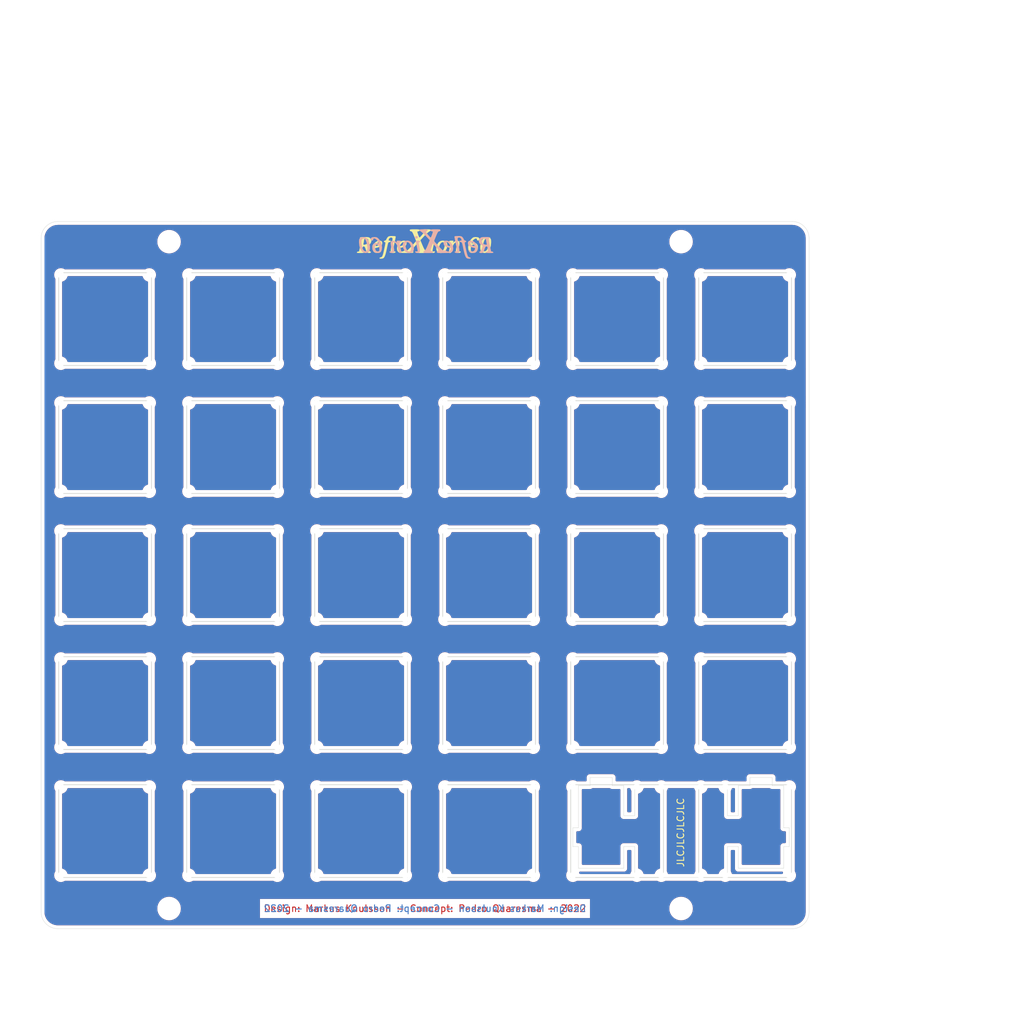
<source format=kicad_pcb>
(kicad_pcb (version 20211014) (generator pcbnew)
  (title_block (title "RefleXion - 60 Front Plate") (date "2022-10-14") (rev "1.0.0") (company "Tweety's Wild Thinking") (comment 1 "Design: Markus Knutsson <markus.knutsson@tweety.se>") (comment 2 "Concept: Pedro Quaresma <pq@live.ie>") (comment 3 "https://github.com/TweetyDaBird") (comment 4 "Licensed under Creative Commons BY-SA 4.0 International"))
  (layers (0 "F.Cu" signal) (31 "B.Cu" signal) (34 "B.Paste" user) (35 "F.Paste" user) (36 "B.SilkS" user "B.Silkscreen") (37 "F.SilkS" user "F.Silkscreen") (38 "B.Mask" user) (39 "F.Mask" user) (44 "Edge.Cuts" user))
  (net 0 "")
  (footprint "Keyboard_Plate:Spacer Plate hole" (layer "F.Cu") (at 139.465 35.965)
    (fp_text reference "H3" hide)
    (fp_text value "Spacer_PCB" hide)
    (pad "" np_thru_hole circle (at 0 0) (size 2.5 2.5) (drill 2.5) (layers *.Cu *.Mask))
  )
  (footprint "Keyboard_Plate:SW_MX_Plate_Placeholder" (layer "F.Cu") (at 110.89 66.54)
    (fp_text reference "SW10" hide)
    (fp_text value "SW_Push" hide)
    (fp_line (start -6.9 -6.9) (end -6.9 6.9) (layer "Edge.Cuts") (width 0.1))
    (fp_line (start 6.9 6.9) (end 6.9 -6.9) (layer "Edge.Cuts") (width 0.1))
    (fp_line (start -6.9 6.9) (end 6.9 6.9) (layer "Edge.Cuts") (width 0.1))
    (fp_line (start 6.9 -6.9) (end -6.9 -6.9) (layer "Edge.Cuts") (width 0.1))
    (pad "" np_thru_hole circle (at -6.5786 -6.5786) (size 1 1) (drill 1) (layers *.Cu *.Mask))
    (pad "" np_thru_hole circle (at 6.5786 -6.5786) (size 1 1) (drill 1) (layers *.Cu *.Mask))
    (pad "" np_thru_hole circle (at 6.5786 6.5786) (size 1 1) (drill 1) (layers *.Cu *.Mask))
    (pad "" np_thru_hole circle (at -6.5786 6.5786) (size 1 1) (drill 1) (layers *.Cu *.Mask))
  )
  (footprint "Keyboard_Plate:SW_MX_Plate_Placeholder" (layer "F.Cu") (at 110.89 123.69)
    (fp_text reference "SW28" hide)
    (fp_text value "SW_Push" hide)
    (fp_line (start 6.9 -6.9) (end -6.9 -6.9) (layer "Edge.Cuts") (width 0.1))
    (fp_line (start 6.9 6.9) (end 6.9 -6.9) (layer "Edge.Cuts") (width 0.1))
    (fp_line (start -6.9 -6.9) (end -6.9 6.9) (layer "Edge.Cuts") (width 0.1))
    (fp_line (start -6.9 6.9) (end 6.9 6.9) (layer "Edge.Cuts") (width 0.1))
    (pad "" np_thru_hole circle (at -6.5786 -6.5786) (size 1 1) (drill 1) (layers *.Cu *.Mask))
    (pad "" np_thru_hole circle (at -6.5786 6.5786) (size 1 1) (drill 1) (layers *.Cu *.Mask))
    (pad "" np_thru_hole circle (at 6.5786 -6.5786) (size 1 1) (drill 1) (layers *.Cu *.Mask))
    (pad "" np_thru_hole circle (at 6.5786 6.5786) (size 1 1) (drill 1) (layers *.Cu *.Mask))
  )
  (footprint "Keyboard_Plate:SW_MX_Plate_Placeholder" (layer "F.Cu") (at 72.79 123.69)
    (fp_text reference "SW26" hide)
    (fp_text value "SW_Push" hide)
    (fp_line (start -6.9 6.9) (end 6.9 6.9) (layer "Edge.Cuts") (width 0.1))
    (fp_line (start -6.9 -6.9) (end -6.9 6.9) (layer "Edge.Cuts") (width 0.1))
    (fp_line (start 6.9 -6.9) (end -6.9 -6.9) (layer "Edge.Cuts") (width 0.1))
    (fp_line (start 6.9 6.9) (end 6.9 -6.9) (layer "Edge.Cuts") (width 0.1))
    (pad "" np_thru_hole circle (at -6.5786 -6.5786) (size 1 1) (drill 1) (layers *.Cu *.Mask))
    (pad "" np_thru_hole circle (at -6.5786 6.5786) (size 1 1) (drill 1) (layers *.Cu *.Mask))
    (pad "" np_thru_hole circle (at 6.5786 6.5786) (size 1 1) (drill 1) (layers *.Cu *.Mask))
    (pad "" np_thru_hole circle (at 6.5786 -6.5786) (size 1 1) (drill 1) (layers *.Cu *.Mask))
  )
  (footprint "Keyboard_Plate:SW_MX_Plate_Placeholder" (layer "F.Cu") (at 91.84 47.49)
    (fp_text reference "SW3" hide)
    (fp_text value "SW_Push" hide)
    (fp_line (start 6.9 6.9) (end 6.9 -6.9) (layer "Edge.Cuts") (width 0.1))
    (fp_line (start 6.9 -6.9) (end -6.9 -6.9) (layer "Edge.Cuts") (width 0.1))
    (fp_line (start -6.9 -6.9) (end -6.9 6.9) (layer "Edge.Cuts") (width 0.1))
    (fp_line (start -6.9 6.9) (end 6.9 6.9) (layer "Edge.Cuts") (width 0.1))
    (pad "" np_thru_hole circle (at 6.5786 6.5786) (size 1 1) (drill 1) (layers *.Cu *.Mask))
    (pad "" np_thru_hole circle (at -6.5786 -6.5786) (size 1 1) (drill 1) (layers *.Cu *.Mask))
    (pad "" np_thru_hole circle (at 6.5786 -6.5786) (size 1 1) (drill 1) (layers *.Cu *.Mask))
    (pad "" np_thru_hole circle (at -6.5786 6.5786) (size 1 1) (drill 1) (layers *.Cu *.Mask))
  )
  (footprint "Keyboard_Plate:Spacer Plate hole" (layer "F.Cu") (at 158.515 135.215)
    (fp_text reference "H4" hide)
    (fp_text value "Spacer_PCB" hide)
    (pad "" np_thru_hole circle (at -19.05 0) (size 2.5 2.5) (drill 2.5) (layers *.Cu *.Mask))
  )
  (footprint "Keyboard_Plate:SW_MX_Plate_Placeholder" (layer "F.Cu") (at 148.99 104.64)
    (fp_text reference "SW24" hide)
    (fp_text value "SW_Push" hide)
    (fp_line (start -6.9 -6.9) (end -6.9 6.9) (layer "Edge.Cuts") (width 0.1))
    (fp_line (start 6.9 6.9) (end 6.9 -6.9) (layer "Edge.Cuts") (width 0.1))
    (fp_line (start -6.9 6.9) (end 6.9 6.9) (layer "Edge.Cuts") (width 0.1))
    (fp_line (start 6.9 -6.9) (end -6.9 -6.9) (layer "Edge.Cuts") (width 0.1))
    (pad "" np_thru_hole circle (at 6.5786 -6.5786) (size 1 1) (drill 1) (layers *.Cu *.Mask))
    (pad "" np_thru_hole circle (at -6.5786 6.5786) (size 1 1) (drill 1) (layers *.Cu *.Mask))
    (pad "" np_thru_hole circle (at 6.5786 6.5786) (size 1 1) (drill 1) (layers *.Cu *.Mask))
    (pad "" np_thru_hole circle (at -6.5786 -6.5786) (size 1 1) (drill 1) (layers *.Cu *.Mask))
  )
  (footprint "Keyboard_Plate:SW_MX_Plate_Placeholder" (layer "F.Cu") (at 91.84 123.69)
    (fp_text reference "SW27" hide)
    (fp_text value "SW_Push" hide)
    (fp_line (start 6.9 6.9) (end 6.9 -6.9) (layer "Edge.Cuts") (width 0.1))
    (fp_line (start 6.9 -6.9) (end -6.9 -6.9) (layer "Edge.Cuts") (width 0.1))
    (fp_line (start -6.9 6.9) (end 6.9 6.9) (layer "Edge.Cuts") (width 0.1))
    (fp_line (start -6.9 -6.9) (end -6.9 6.9) (layer "Edge.Cuts") (width 0.1))
    (pad "" np_thru_hole circle (at -6.5786 6.5786) (size 1 1) (drill 1) (layers *.Cu *.Mask))
    (pad "" np_thru_hole circle (at -6.5786 -6.5786) (size 1 1) (drill 1) (layers *.Cu *.Mask))
    (pad "" np_thru_hole circle (at 6.5786 -6.5786) (size 1 1) (drill 1) (layers *.Cu *.Mask))
    (pad "" np_thru_hole circle (at 6.5786 6.5786) (size 1 1) (drill 1) (layers *.Cu *.Mask))
  )
  (footprint "Keyboard_Plate:SW_MX_Plate_Placeholder" (layer "F.Cu") (at 129.94 123.69)
    (fp_text reference "SW29" hide)
    (fp_text value "SW_Push" hide)
    (fp_line (start 6.9 -6.9) (end -6.9 -6.9) (layer "Edge.Cuts") (width 0.1))
    (fp_line (start -6.9 6.9) (end 6.9 6.9) (layer "Edge.Cuts") (width 0.1))
    (fp_line (start 6.9 6.9) (end 6.9 -6.9) (layer "Edge.Cuts") (width 0.1))
    (fp_line (start -6.9 -6.9) (end -6.9 6.9) (layer "Edge.Cuts") (width 0.1))
    (pad "" np_thru_hole circle (at 6.5786 -6.5786) (size 1 1) (drill 1) (layers *.Cu *.Mask))
    (pad "" np_thru_hole circle (at -6.5786 -6.5786) (size 1 1) (drill 1) (layers *.Cu *.Mask))
    (pad "" np_thru_hole circle (at 6.5786 6.5786) (size 1 1) (drill 1) (layers *.Cu *.Mask))
    (pad "" np_thru_hole circle (at -6.5786 6.5786) (size 1 1) (drill 1) (layers *.Cu *.Mask))
  )
  (footprint "Keyboard_Plate:SW_MX_Plate_Placeholder" (layer "F.Cu") (at 148.99 66.54)
    (fp_text reference "SW12" hide)
    (fp_text value "SW_Push" hide)
    (fp_line (start -6.9 6.9) (end 6.9 6.9) (layer "Edge.Cuts") (width 0.1))
    (fp_line (start -6.9 -6.9) (end -6.9 6.9) (layer "Edge.Cuts") (width 0.1))
    (fp_line (start 6.9 6.9) (end 6.9 -6.9) (layer "Edge.Cuts") (width 0.1))
    (fp_line (start 6.9 -6.9) (end -6.9 -6.9) (layer "Edge.Cuts") (width 0.1))
    (pad "" np_thru_hole circle (at -6.5786 6.5786) (size 1 1) (drill 1) (layers *.Cu *.Mask))
    (pad "" np_thru_hole circle (at 6.5786 6.5786) (size 1 1) (drill 1) (layers *.Cu *.Mask))
    (pad "" np_thru_hole circle (at -6.5786 -6.5786) (size 1 1) (drill 1) (layers *.Cu *.Mask))
    (pad "" np_thru_hole circle (at 6.5786 -6.5786) (size 1 1) (drill 1) (layers *.Cu *.Mask))
  )
  (footprint "Keyboard_Plate:SW_MX_Plate_Placeholder" (layer "F.Cu") (at 53.74 66.54)
    (fp_text reference "SW7" hide)
    (fp_text value "SW_Push" hide)
    (fp_line (start -6.9 6.9) (end 6.9 6.9) (layer "Edge.Cuts") (width 0.1))
    (fp_line (start -6.9 -6.9) (end -6.9 6.9) (layer "Edge.Cuts") (width 0.1))
    (fp_line (start 6.9 6.9) (end 6.9 -6.9) (layer "Edge.Cuts") (width 0.1))
    (fp_line (start 6.9 -6.9) (end -6.9 -6.9) (layer "Edge.Cuts") (width 0.1))
    (pad "" np_thru_hole circle (at -6.5786 -6.5786) (size 1 1) (drill 1) (layers *.Cu *.Mask))
    (pad "" np_thru_hole circle (at 6.5786 -6.5786) (size 1 1) (drill 1) (layers *.Cu *.Mask))
    (pad "" np_thru_hole circle (at -6.5786 6.5786) (size 1 1) (drill 1) (layers *.Cu *.Mask))
    (pad "" np_thru_hole circle (at 6.5786 6.5786) (size 1 1) (drill 1) (layers *.Cu *.Mask))
  )
  (footprint "Keyboard_Plate:SW_MX_Plate_Placeholder" (layer "F.Cu") (at 72.79 66.54)
    (fp_text reference "SW8" hide)
    (fp_text value "SW_Push" hide)
    (fp_line (start 6.9 6.9) (end 6.9 -6.9) (layer "Edge.Cuts") (width 0.1))
    (fp_line (start -6.9 6.9) (end 6.9 6.9) (layer "Edge.Cuts") (width 0.1))
    (fp_line (start 6.9 -6.9) (end -6.9 -6.9) (layer "Edge.Cuts") (width 0.1))
    (fp_line (start -6.9 -6.9) (end -6.9 6.9) (layer "Edge.Cuts") (width 0.1))
    (pad "" np_thru_hole circle (at 6.5786 -6.5786) (size 1 1) (drill 1) (layers *.Cu *.Mask))
    (pad "" np_thru_hole circle (at -6.5786 -6.5786) (size 1 1) (drill 1) (layers *.Cu *.Mask))
    (pad "" np_thru_hole circle (at 6.5786 6.5786) (size 1 1) (drill 1) (layers *.Cu *.Mask))
    (pad "" np_thru_hole circle (at -6.5786 6.5786) (size 1 1) (drill 1) (layers *.Cu *.Mask))
  )
  (footprint "Keyboard_Plate:SW_MX_Plate_Placeholder" (layer "F.Cu") (at 148.99 85.59)
    (fp_text reference "SW18" hide)
    (fp_text value "SW_Push" hide)
    (fp_line (start 6.9 6.9) (end 6.9 -6.9) (layer "Edge.Cuts") (width 0.1))
    (fp_line (start -6.9 -6.9) (end -6.9 6.9) (layer "Edge.Cuts") (width 0.1))
    (fp_line (start 6.9 -6.9) (end -6.9 -6.9) (layer "Edge.Cuts") (width 0.1))
    (fp_line (start -6.9 6.9) (end 6.9 6.9) (layer "Edge.Cuts") (width 0.1))
    (pad "" np_thru_hole circle (at -6.5786 -6.5786) (size 1 1) (drill 1) (layers *.Cu *.Mask))
    (pad "" np_thru_hole circle (at -6.5786 6.5786) (size 1 1) (drill 1) (layers *.Cu *.Mask))
    (pad "" np_thru_hole circle (at 6.5786 6.5786) (size 1 1) (drill 1) (layers *.Cu *.Mask))
    (pad "" np_thru_hole circle (at 6.5786 -6.5786) (size 1 1) (drill 1) (layers *.Cu *.Mask))
  )
  (footprint "Keyboard_Plate:SW_MX_Plate_Placeholder" (layer "F.Cu") (at 110.89 85.59)
    (fp_text reference "SW16" hide)
    (fp_text value "SW_Push" hide)
    (fp_line (start -6.9 -6.9) (end -6.9 6.9) (layer "Edge.Cuts") (width 0.1))
    (fp_line (start -6.9 6.9) (end 6.9 6.9) (layer "Edge.Cuts") (width 0.1))
    (fp_line (start 6.9 6.9) (end 6.9 -6.9) (layer "Edge.Cuts") (width 0.1))
    (fp_line (start 6.9 -6.9) (end -6.9 -6.9) (layer "Edge.Cuts") (width 0.1))
    (pad "" np_thru_hole circle (at -6.5786 -6.5786) (size 1 1) (drill 1) (layers *.Cu *.Mask))
    (pad "" np_thru_hole circle (at 6.5786 6.5786) (size 1 1) (drill 1) (layers *.Cu *.Mask))
    (pad "" np_thru_hole circle (at -6.5786 6.5786) (size 1 1) (drill 1) (layers *.Cu *.Mask))
    (pad "" np_thru_hole circle (at 6.5786 -6.5786) (size 1 1) (drill 1) (layers *.Cu *.Mask))
  )
  (footprint "Keyboard_Plate:SW_MX_Plate_Placeholder" (layer "F.Cu") (at 129.94 66.54)
    (fp_text reference "SW11" hide)
    (fp_text value "SW_Push" hide)
    (fp_line (start 6.9 -6.9) (end -6.9 -6.9) (layer "Edge.Cuts") (width 0.1))
    (fp_line (start -6.9 -6.9) (end -6.9 6.9) (layer "Edge.Cuts") (width 0.1))
    (fp_line (start 6.9 6.9) (end 6.9 -6.9) (layer "Edge.Cuts") (width 0.1))
    (fp_line (start -6.9 6.9) (end 6.9 6.9) (layer "Edge.Cuts") (width 0.1))
    (pad "" np_thru_hole circle (at -6.5786 -6.5786) (size 1 1) (drill 1) (layers *.Cu *.Mask))
    (pad "" np_thru_hole circle (at -6.5786 6.5786) (size 1 1) (drill 1) (layers *.Cu *.Mask))
    (pad "" np_thru_hole circle (at 6.5786 6.5786) (size 1 1) (drill 1) (layers *.Cu *.Mask))
    (pad "" np_thru_hole circle (at 6.5786 -6.5786) (size 1 1) (drill 1) (layers *.Cu *.Mask))
  )
  (footprint "Keyboard_Plate:Spacer Plate hole" (layer "F.Cu") (at 63.265 35.965)
    (fp_text reference "H1" hide)
    (fp_text value "Spacer_PCB" hide)
    (pad "" np_thru_hole circle (at 0 0) (size 2.5 2.5) (drill 2.5) (layers *.Cu *.Mask))
  )
  (footprint "Keyboard_Plate:SW_MX_Plate_Placeholder" (layer "F.Cu") (at 110.89 47.49)
    (fp_text reference "SW4" hide)
    (fp_text value "SW_Push" hide)
    (fp_line (start -6.9 6.9) (end 6.9 6.9) (layer "Edge.Cuts") (width 0.1))
    (fp_line (start 6.9 6.9) (end 6.9 -6.9) (layer "Edge.Cuts") (width 0.1))
    (fp_line (start 6.9 -6.9) (end -6.9 -6.9) (layer "Edge.Cuts") (width 0.1))
    (fp_line (start -6.9 -6.9) (end -6.9 6.9) (layer "Edge.Cuts") (width 0.1))
    (pad "" np_thru_hole circle (at 6.5786 6.5786) (size 1 1) (drill 1) (layers *.Cu *.Mask))
    (pad "" np_thru_hole circle (at 6.5786 -6.5786) (size 1 1) (drill 1) (layers *.Cu *.Mask))
    (pad "" np_thru_hole circle (at -6.5786 6.5786) (size 1 1) (drill 1) (layers *.Cu *.Mask))
    (pad "" np_thru_hole circle (at -6.5786 -6.5786) (size 1 1) (drill 1) (layers *.Cu *.Mask))
  )
  (footprint "Logotypes:RefleXion 60" (layer "F.Cu") (at 101.468994 36.121614)
    (fp_text reference "G***" hide)
    (fp_text value "LOGO" hide)
  )
  (footprint "Keyboard_Plate:SW_MX_Plate_Placeholder" (layer "F.Cu") (at 72.79 85.59)
    (fp_text reference "SW14" hide)
    (fp_text value "SW_Push" hide)
    (fp_line (start 6.9 6.9) (end 6.9 -6.9) (layer "Edge.Cuts") (width 0.1))
    (fp_line (start 6.9 -6.9) (end -6.9 -6.9) (layer "Edge.Cuts") (width 0.1))
    (fp_line (start -6.9 -6.9) (end -6.9 6.9) (layer "Edge.Cuts") (width 0.1))
    (fp_line (start -6.9 6.9) (end 6.9 6.9) (layer "Edge.Cuts") (width 0.1))
    (pad "" np_thru_hole circle (at -6.5786 6.5786) (size 1 1) (drill 1) (layers *.Cu *.Mask))
    (pad "" np_thru_hole circle (at -6.5786 -6.5786) (size 1 1) (drill 1) (layers *.Cu *.Mask))
    (pad "" np_thru_hole circle (at 6.5786 -6.5786) (size 1 1) (drill 1) (layers *.Cu *.Mask))
    (pad "" np_thru_hole circle (at 6.5786 6.5786) (size 1 1) (drill 1) (layers *.Cu *.Mask))
  )
  (footprint "Keyboard_Plate:SW_MX_Plate_Placeholder" (layer "F.Cu") (at 148.99 123.69)
    (fp_text reference "SW30" hide)
    (fp_text value "SW_Push" hide)
    (fp_line (start -6.9 6.9) (end 6.9 6.9) (layer "Edge.Cuts") (width 0.1))
    (fp_line (start 6.9 6.9) (end 6.9 -6.9) (layer "Edge.Cuts") (width 0.1))
    (fp_line (start -6.9 -6.9) (end -6.9 6.9) (layer "Edge.Cuts") (width 0.1))
    (fp_line (start 6.9 -6.9) (end -6.9 -6.9) (layer "Edge.Cuts") (width 0.1))
    (pad "" np_thru_hole circle (at 6.5786 -6.5786) (size 1 1) (drill 1) (layers *.Cu *.Mask))
    (pad "" np_thru_hole circle (at -6.5786 6.5786) (size 1 1) (drill 1) (layers *.Cu *.Mask))
    (pad "" np_thru_hole circle (at -6.5786 -6.5786) (size 1 1) (drill 1) (layers *.Cu *.Mask))
    (pad "" np_thru_hole circle (at 6.5786 6.5786) (size 1 1) (drill 1) (layers *.Cu *.Mask))
  )
  (footprint "Keyboard_Plate:SW_MX_Plate_Placeholder" (layer "F.Cu") (at 91.84 85.59)
    (fp_text reference "SW15" hide)
    (fp_text value "SW_Push" hide)
    (fp_line (start 6.9 6.9) (end 6.9 -6.9) (layer "Edge.Cuts") (width 0.1))
    (fp_line (start -6.9 -6.9) (end -6.9 6.9) (layer "Edge.Cuts") (width 0.1))
    (fp_line (start -6.9 6.9) (end 6.9 6.9) (layer "Edge.Cuts") (width 0.1))
    (fp_line (start 6.9 -6.9) (end -6.9 -6.9) (layer "Edge.Cuts") (width 0.1))
    (pad "" np_thru_hole circle (at 6.5786 6.5786) (size 1 1) (drill 1) (layers *.Cu *.Mask))
    (pad "" np_thru_hole circle (at -6.5786 -6.5786) (size 1 1) (drill 1) (layers *.Cu *.Mask))
    (pad "" np_thru_hole circle (at 6.5786 -6.5786) (size 1 1) (drill 1) (layers *.Cu *.Mask))
    (pad "" np_thru_hole circle (at -6.5786 6.5786) (size 1 1) (drill 1) (layers *.Cu *.Mask))
  )
  (footprint "Keyboard_Plate:SW_MX_Plate_Placeholder" (layer "F.Cu") (at 53.74 85.59)
    (fp_text reference "SW13" hide)
    (fp_text value "SW_Push" hide)
    (fp_line (start -6.9 -6.9) (end -6.9 6.9) (layer "Edge.Cuts") (width 0.1))
    (fp_line (start 6.9 -6.9) (end -6.9 -6.9) (layer "Edge.Cuts") (width 0.1))
    (fp_line (start -6.9 6.9) (end 6.9 6.9) (layer "Edge.Cuts") (width 0.1))
    (fp_line (start 6.9 6.9) (end 6.9 -6.9) (layer "Edge.Cuts") (width 0.1))
    (pad "" np_thru_hole circle (at -6.5786 -6.5786) (size 1 1) (drill 1) (layers *.Cu *.Mask))
    (pad "" np_thru_hole circle (at -6.5786 6.5786) (size 1 1) (drill 1) (layers *.Cu *.Mask))
    (pad "" np_thru_hole circle (at 6.5786 -6.5786) (size 1 1) (drill 1) (layers *.Cu *.Mask))
    (pad "" np_thru_hole circle (at 6.5786 6.5786) (size 1 1) (drill 1) (layers *.Cu *.Mask))
  )
  (footprint "Keyboard_Plate:SW_MX_Plate_Placeholder" (layer "F.Cu") (at 72.79 104.64)
    (fp_text reference "SW20" hide)
    (fp_text value "SW_Push" hide)
    (fp_line (start 6.9 -6.9) (end -6.9 -6.9) (layer "Edge.Cuts") (width 0.1))
    (fp_line (start -6.9 6.9) (end 6.9 6.9) (layer "Edge.Cuts") (width 0.1))
    (fp_line (start -6.9 -6.9) (end -6.9 6.9) (layer "Edge.Cuts") (width 0.1))
    (fp_line (start 6.9 6.9) (end 6.9 -6.9) (layer "Edge.Cuts") (width 0.1))
    (pad "" np_thru_hole circle (at 6.5786 6.5786) (size 1 1) (drill 1) (layers *.Cu *.Mask))
    (pad "" np_thru_hole circle (at -6.5786 -6.5786) (size 1 1) (drill 1) (layers *.Cu *.Mask))
    (pad "" np_thru_hole circle (at 6.5786 -6.5786) (size 1 1) (drill 1) (layers *.Cu *.Mask))
    (pad "" np_thru_hole circle (at -6.5786 6.5786) (size 1 1) (drill 1) (layers *.Cu *.Mask))
  )
  (footprint "Keyboard_Plate:SW_MX_Plate_Placeholder" (layer "F.Cu") (at 129.94 85.59)
    (fp_text reference "SW17" hide)
    (fp_text value "SW_Push" hide)
    (fp_line (start -6.9 -6.9) (end -6.9 6.9) (layer "Edge.Cuts") (width 0.1))
    (fp_line (start -6.9 6.9) (end 6.9 6.9) (layer "Edge.Cuts") (width 0.1))
    (fp_line (start 6.9 6.9) (end 6.9 -6.9) (layer "Edge.Cuts") (width 0.1))
    (fp_line (start 6.9 -6.9) (end -6.9 -6.9) (layer "Edge.Cuts") (width 0.1))
    (pad "" np_thru_hole circle (at -6.5786 6.5786) (size 1 1) (drill 1) (layers *.Cu *.Mask))
    (pad "" np_thru_hole circle (at 6.5786 -6.5786) (size 1 1) (drill 1) (layers *.Cu *.Mask))
    (pad "" np_thru_hole circle (at -6.5786 -6.5786) (size 1 1) (drill 1) (layers *.Cu *.Mask))
    (pad "" np_thru_hole circle (at 6.5786 6.5786) (size 1 1) (drill 1) (layers *.Cu *.Mask))
  )
  (footprint "Keyboard_Plate:SW_MX_Plate_Placeholder" (layer "F.Cu") (at 72.79 47.49)
    (fp_text reference "SW2" hide)
    (fp_text value "SW_Push" hide)
    (fp_line (start 6.9 6.9) (end 6.9 -6.9) (layer "Edge.Cuts") (width 0.1))
    (fp_line (start -6.9 -6.9) (end -6.9 6.9) (layer "Edge.Cuts") (width 0.1))
    (fp_line (start -6.9 6.9) (end 6.9 6.9) (layer "Edge.Cuts") (width 0.1))
    (fp_line (start 6.9 -6.9) (end -6.9 -6.9) (layer "Edge.Cuts") (width 0.1))
    (pad "" np_thru_hole circle (at 6.5786 6.5786) (size 1 1) (drill 1) (layers *.Cu *.Mask))
    (pad "" np_thru_hole circle (at -6.5786 -6.5786) (size 1 1) (drill 1) (layers *.Cu *.Mask))
    (pad "" np_thru_hole circle (at 6.5786 -6.5786) (size 1 1) (drill 1) (layers *.Cu *.Mask))
    (pad "" np_thru_hole circle (at -6.5786 6.5786) (size 1 1) (drill 1) (layers *.Cu *.Mask))
  )
  (footprint "Keyboard_Plate:SW_MX_Plate_Placeholder" (layer "F.Cu") (at 110.89 104.64)
    (fp_text reference "SW22" hide)
    (fp_text value "SW_Push" hide)
    (fp_line (start -6.9 -6.9) (end -6.9 6.9) (layer "Edge.Cuts") (width 0.1))
    (fp_line (start 6.9 6.9) (end 6.9 -6.9) (layer "Edge.Cuts") (width 0.1))
    (fp_line (start -6.9 6.9) (end 6.9 6.9) (layer "Edge.Cuts") (width 0.1))
    (fp_line (start 6.9 -6.9) (end -6.9 -6.9) (layer "Edge.Cuts") (width 0.1))
    (pad "" np_thru_hole circle (at 6.5786 -6.5786) (size 1 1) (drill 1) (layers *.Cu *.Mask))
    (pad "" np_thru_hole circle (at -6.5786 6.5786) (size 1 1) (drill 1) (layers *.Cu *.Mask))
    (pad "" np_thru_hole circle (at -6.5786 -6.5786) (size 1 1) (drill 1) (layers *.Cu *.Mask))
    (pad "" np_thru_hole circle (at 6.5786 6.5786) (size 1 1) (drill 1) (layers *.Cu *.Mask))
  )
  (footprint "Keyboard_Plate:Stabilizer_Cherry_MX_2.00u_PLate" (layer "F.Cu") (at 139.465 123.69 180)
    (fp_text reference "ST1" hide)
    (fp_text value "Stabilizer_2u_MX")
    (fp_line (start 6.9 -6.9) (end 6.9 -2.3) (layer "Edge.Cuts") (width 0.05))
    (fp_line (start 15.275 6.77) (end 13.55 6.77) (layer "Edge.Cuts") (width 0.05))
    (fp_line (start -6.9 -6.9) (end -6.9 -2.3) (layer "Edge.Cuts") (width 0.05))
    (fp_line (start 10.25 7.97) (end 10.25 6.77) (layer "Edge.Cuts") (width 0.05))
    (fp_line (start 10.25 7.97) (end 13.55 7.97) (layer "Edge.Cuts") (width 0.05))
    (fp_line (start -16.1 -2.3) (end -15.275 -2.3) (layer "Edge.Cuts") (width 0.05))
    (fp_line (start -10.25 6.77) (end -8.525 6.77) (layer "Edge.Cuts") (width 0.05))
    (fp_line (start -10.25 7.97) (end -10.25 6.77) (layer "Edge.Cuts") (width 0.05))
    (fp_line (start -8.525 -2.3) (end -6.9 -2.3) (layer "Edge.Cuts") (width 0.05))
    (fp_line (start -16.1 0.485) (end -16.1 -2.3) (layer "Edge.Cuts") (width 0.05))
    (fp_line (start 10.25 6.77) (end 8.525 6.77) (layer "Edge.Cuts") (width 0.05))
    (fp_line (start 15.275 -2.3) (end 15.275 -5.53) (layer "Edge.Cuts") (width 0.05))
    (fp_line (start -8.525 2.3) (end -8.525 6.77) (layer "Edge.Cuts") (width 0.05))
    (fp_line (start 8.525 -2.3) (end 6.9 -2.3) (layer "Edge.Cuts") (width 0.05))
    (fp_line (start 8.525 2.3) (end 6.9 2.3) (layer "Edge.Cuts") (width 0.05))
    (fp_line (start -15.275 6.77) (end -15.275 0.485) (layer "Edge.Cuts") (width 0.05))
    (fp_line (start 13.55 7.97) (end 13.55 6.77) (layer "Edge.Cuts") (width 0.05))
    (fp_line (start 6.9 2.3) (end 6.9 6.9) (layer "Edge.Cuts") (width 0.05))
    (fp_line (start 15.275 6.77) (end 15.275 0.485) (layer "Edge.Cuts") (width 0.05))
    (fp_line (start -8.525 -5.53) (end -15.275 -5.53) (layer "Edge.Cuts") (width 0.05))
    (fp_line (start 8.525 -2.3) (end 8.525 -5.53) (layer "Edge.Cuts") (width 0.05))
    (fp_line (start -8.525 -2.3) (end -8.525 -5.53) (layer "Edge.Cuts") (width 0.05))
    (fp_line (start -10.25 7.97) (end -13.55 7.97) (layer "Edge.Cuts") (width 0.05))
    (fp_line (start -13.55 7.97) (end -13.55 6.77) (layer "Edge.Cuts") (width 0.05))
    (fp_line (start 16.1 -2.3) (end 15.275 -2.3) (layer "Edge.Cuts") (width 0.05))
    (fp_line (start 16.1 0.485) (end 16.1 -2.3) (layer "Edge.Cuts") (width 0.05))
    (fp_line (start 16.1 0.485) (end 15.275 0.485) (layer "Edge.Cuts") (width 0.05))
    (fp_line (start -6.9 6.9) (end 6.9 6.9) (layer "Edge.Cuts") (width 0.05))
    (fp_line (start -6.9 2.3) (end -6.9 6.9) (layer "Edge.Cuts") (width 0.05))
    (fp_line (start -8.525 2.3) (end -6.9 2.3) (layer "Edge.Cuts") (width 0.05))
    (fp_line (start -16.1 0.485) (end -15.275 0.485) (layer "Edge.Cuts") (width 0.05))
    (fp_line (start -15.275 -2.3) (end -15.275 -5.53) (layer "Edge.Cuts") (width 0.05))
    (fp_line (start -6.9 -6.9) (end 6.9 -6.9) (layer "Edge.Cuts") (width 0.05))
    (fp_line (start 8.525 -5.53) (end 15.275 -5.53) (layer "Edge.Cuts") (width 0.05))
    (fp_line (start -15.275 6.77) (end -13.55 6.77) (layer "Edge.Cuts") (width 0.05))
    (fp_line (start 8.525 2.3) (end 8.525 6.77) (layer "Edge.Cuts") (width 0.05))
    (pad "" np_thru_hole circle (at 6.575 -6.575 180) (size 1 1) (drill 1) (layers F&B.Cu *.Mask))
    (pad "" np_thru_hole circle (at -6.575 6.575 180) (size 1 1) (drill 1) (layers F&B.Cu *.Mask))
    (pad "" np_thru_hole circle (at -6.575 -6.575 180) (size 1 1) (drill 1) (layers F&B.Cu *.Mask))
    (pad "" np_thru_hole circle (at 6.575 6.575 180) (size 1 1) (drill 1) (layers F&B.Cu *.Mask))
  )
  (footprint "Keyboard_Plate:Spacer Plate hole" (layer "F.Cu") (at 63.265 135.215)
    (fp_text reference "H2" hide)
    (fp_text value "Spacer_PCB" hide)
    (pad "" np_thru_hole circle (at 0 0) (size 2.5 2.5) (drill 2.5) (layers *.Cu *.Mask))
  )
  (footprint "Keyboard_Plate:SW_MX_Plate_Placeholder" (layer "F.Cu") (at 53.74 47.49)
    (fp_text reference "SW1" hide)
    (fp_text value "SW_Push" hide)
    (fp_line (start 6.9 -6.9) (end -6.9 -6.9) (layer "Edge.Cuts") (width 0.1))
    (fp_line (start 6.9 6.9) (end 6.9 -6.9) (layer "Edge.Cuts") (width 0.1))
    (fp_line (start -6.9 -6.9) (end -6.9 6.9) (layer "Edge.Cuts") (width 0.1))
    (fp_line (start -6.9 6.9) (end 6.9 6.9) (layer "Edge.Cuts") (width 0.1))
    (pad "" np_thru_hole circle (at 6.5786 -6.5786) (size 1 1) (drill 1) (layers *.Cu *.Mask))
    (pad "" np_thru_hole circle (at -6.5786 6.5786) (size 1 1) (drill 1) (layers *.Cu *.Mask))
    (pad "" np_thru_hole circle (at 6.5786 6.5786) (size 1 1) (drill 1) (layers *.Cu *.Mask))
    (pad "" np_thru_hole circle (at -6.5786 -6.5786) (size 1 1) (drill 1) (layers *.Cu *.Mask))
  )
  (footprint "Keyboard_Plate:SW_MX_Plate_Placeholder" (layer "F.Cu") (at 53.74 104.64)
    (fp_text reference "SW19" hide)
    (fp_text value "SW_Push" hide)
    (fp_line (start 6.9 6.9) (end 6.9 -6.9) (layer "Edge.Cuts") (width 0.1))
    (fp_line (start -6.9 -6.9) (end -6.9 6.9) (layer "Edge.Cuts") (width 0.1))
    (fp_line (start -6.9 6.9) (end 6.9 6.9) (layer "Edge.Cuts") (width 0.1))
    (fp_line (start 6.9 -6.9) (end -6.9 -6.9) (layer "Edge.Cuts") (width 0.1))
    (pad "" np_thru_hole circle (at 6.5786 6.5786) (size 1 1) (drill 1) (layers *.Cu *.Mask))
    (pad "" np_thru_hole circle (at -6.5786 -6.5786) (size 1 1) (drill 1) (layers *.Cu *.Mask))
    (pad "" np_thru_hole circle (at -6.5786 6.5786) (size 1 1) (drill 1) (layers *.Cu *.Mask))
    (pad "" np_thru_hole circle (at 6.5786 -6.5786) (size 1 1) (drill 1) (layers *.Cu *.Mask))
  )
  (footprint "Keyboard_Plate:SW_MX_Plate_Placeholder" (layer "F.Cu") (at 91.84 104.64)
    (fp_text reference "SW21" hide)
    (fp_text value "SW_Push" hide)
    (fp_line (start 6.9 6.9) (end 6.9 -6.9) (layer "Edge.Cuts") (width 0.1))
    (fp_line (start -6.9 -6.9) (end -6.9 6.9) (layer "Edge.Cuts") (width 0.1))
    (fp_line (start 6.9 -6.9) (end -6.9 -6.9) (layer "Edge.Cuts") (width 0.1))
    (fp_line (start -6.9 6.9) (end 6.9 6.9) (layer "Edge.Cuts") (width 0.1))
    (pad "" np_thru_hole circle (at -6.5786 -6.5786) (size 1 1) (drill 1) (layers *.Cu *.Mask))
    (pad "" np_thru_hole circle (at 6.5786 -6.5786) (size 1 1) (drill 1) (layers *.Cu *.Mask))
    (pad "" np_thru_hole circle (at -6.5786 6.5786) (size 1 1) (drill 1) (layers *.Cu *.Mask))
    (pad "" np_thru_hole circle (at 6.5786 6.5786) (size 1 1) (drill 1) (layers *.Cu *.Mask))
  )
  (footprint "Keyboard_Plate:SW_MX_Plate_Placeholder" (layer "F.Cu") (at 148.99 47.49)
    (fp_text reference "SW6" hide)
    (fp_text value "SW_Push" hide)
    (fp_line (start 6.9 6.9) (end 6.9 -6.9) (layer "Edge.Cuts") (width 0.1))
    (fp_line (start -6.9 -6.9) (end -6.9 6.9) (layer "Edge.Cuts") (width 0.1))
    (fp_line (start -6.9 6.9) (end 6.9 6.9) (layer "Edge.Cuts") (width 0.1))
    (fp_line (start 6.9 -6.9) (end -6.9 -6.9) (layer "Edge.Cuts") (width 0.1))
    (pad "" np_thru_hole circle (at -6.5786 -6.5786) (size 1 1) (drill 1) (layers *.Cu *.Mask))
    (pad "" np_thru_hole circle (at -6.5786 6.5786) (size 1 1) (drill 1) (layers *.Cu *.Mask))
    (pad "" np_thru_hole circle (at 6.5786 6.5786) (size 1 1) (drill 1) (layers *.Cu *.Mask))
    (pad "" np_thru_hole circle (at 6.5786 -6.5786) (size 1 1) (drill 1) (layers *.Cu *.Mask))
  )
  (footprint "Keyboard_Plate:SW_MX_Plate_Placeholder" (layer "F.Cu") (at 129.94 47.49)
    (fp_text reference "SW5" hide)
    (fp_text value "SW_Push" hide)
    (fp_line (start 6.9 -6.9) (end -6.9 -6.9) (layer "Edge.Cuts") (width 0.1))
    (fp_line (start -6.9 -6.9) (end -6.9 6.9) (layer "Edge.Cuts") (width 0.1))
    (fp_line (start 6.9 6.9) (end 6.9 -6.9) (layer "Edge.Cuts") (width 0.1))
    (fp_line (start -6.9 6.9) (end 6.9 6.9) (layer "Edge.Cuts") (width 0.1))
    (pad "" np_thru_hole circle (at 6.5786 -6.5786) (size 1 1) (drill 1) (layers *.Cu *.Mask))
    (pad "" np_thru_hole circle (at -6.5786 6.5786) (size 1 1) (drill 1) (layers *.Cu *.Mask))
    (pad "" np_thru_hole circle (at 6.5786 6.5786) (size 1 1) (drill 1) (layers *.Cu *.Mask))
    (pad "" np_thru_hole circle (at -6.5786 -6.5786) (size 1 1) (drill 1) (layers *.Cu *.Mask))
  )
  (footprint "Keyboard_Plate:SW_MX_Plate_Placeholder" (layer "F.Cu") (at 129.94 104.64)
    (fp_text reference "SW23" hide)
    (fp_text value "SW_Push" hide)
    (fp_line (start 6.9 -6.9) (end -6.9 -6.9) (layer "Edge.Cuts") (width 0.1))
    (fp_line (start 6.9 6.9) (end 6.9 -6.9) (layer "Edge.Cuts") (width 0.1))
    (fp_line (start -6.9 6.9) (end 6.9 6.9) (layer "Edge.Cuts") (width 0.1))
    (fp_line (start -6.9 -6.9) (end -6.9 6.9) (layer "Edge.Cuts") (width 0.1))
    (pad "" np_thru_hole circle (at 6.5786 6.5786) (size 1 1) (drill 1) (layers *.Cu *.Mask))
    (pad "" np_thru_hole circle (at -6.5786 -6.5786) (size 1 1) (drill 1) (layers *.Cu *.Mask))
    (pad "" np_thru_hole circle (at 6.5786 -6.5786) (size 1 1) (drill 1) (layers *.Cu *.Mask))
    (pad "" np_thru_hole circle (at -6.5786 6.5786) (size 1 1) (drill 1) (layers *.Cu *.Mask))
  )
  (footprint "Keyboard_Plate:SW_MX_Plate_Placeholder" (layer "F.Cu") (at 53.74 123.69)
    (fp_text reference "SW25" hide)
    (fp_text value "SW_Push" hide)
    (fp_line (start 6.9 -6.9) (end -6.9 -6.9) (layer "Edge.Cuts") (width 0.1))
    (fp_line (start -6.9 -6.9) (end -6.9 6.9) (layer "Edge.Cuts") (width 0.1))
    (fp_line (start -6.9 6.9) (end 6.9 6.9) (layer "Edge.Cuts") (width 0.1))
    (fp_line (start 6.9 6.9) (end 6.9 -6.9) (layer "Edge.Cuts") (width 0.1))
    (pad "" np_thru_hole circle (at 6.5786 6.5786) (size 1 1) (drill 1) (layers *.Cu *.Mask))
    (pad "" np_thru_hole circle (at -6.5786 6.5786) (size 1 1) (drill 1) (layers *.Cu *.Mask))
    (pad "" np_thru_hole circle (at -6.5786 -6.5786) (size 1 1) (drill 1) (layers *.Cu *.Mask))
    (pad "" np_thru_hole circle (at 6.5786 -6.5786) (size 1 1) (drill 1) (layers *.Cu *.Mask))
  )
  (footprint "Keyboard_Plate:SW_MX_Plate_Placeholder" (layer "F.Cu") (at 91.84 66.54)
    (fp_text reference "SW9" hide)
    (fp_text value "SW_Push" hide)
    (fp_line (start 6.9 6.9) (end 6.9 -6.9) (layer "Edge.Cuts") (width 0.1))
    (fp_line (start -6.9 6.9) (end 6.9 6.9) (layer "Edge.Cuts") (width 0.1))
    (fp_line (start 6.9 -6.9) (end -6.9 -6.9) (layer "Edge.Cuts") (width 0.1))
    (fp_line (start -6.9 -6.9) (end -6.9 6.9) (layer "Edge.Cuts") (width 0.1))
    (pad "" np_thru_hole circle (at -6.5786 -6.5786) (size 1 1) (drill 1) (layers *.Cu *.Mask))
    (pad "" np_thru_hole circle (at -6.5786 6.5786) (size 1 1) (drill 1) (layers *.Cu *.Mask))
    (pad "" np_thru_hole circle (at 6.5786 -6.5786) (size 1 1) (drill 1) (layers *.Cu *.Mask))
    (pad "" np_thru_hole circle (at 6.5786 6.5786) (size 1 1) (drill 1) (layers *.Cu *.Mask))
  )
  (footprint "Logotypes:RefleXion 60" (layer "B.Cu") (at 101.261007 36.121614 180)
    (fp_text reference "G***" hide)
    (fp_text value "LOGO" hide)
  )
  (gr_arc (start 46.715474 138.215075) (mid 44.947354 137.482696) (end 44.214975 135.714576) (layer "Edge.Cuts") (width 0.05))
  (gr_arc (start 44.214975 35.465499) (mid 44.947354 33.697379) (end 46.715474 32.965) (layer "Edge.Cuts") (width 0.05))
  (gr_arc (start 158.515 135.714576) (mid 157.782629 137.482712) (end 156.014501 138.215075) (layer "Edge.Cuts") (width 0.05))
  (gr_line (start 68.0275 32.965) (end 46.715474 32.965) (layer "Edge.Cuts") (width 0.05))
  (gr_line (start 44.215 47.6) (end 44.214975 135.714576) (layer "Edge.Cuts") (width 0.05))
  (gr_line (start 44.215 47.6) (end 44.214975 35.465499) (layer "Edge.Cuts") (width 0.05))
  (gr_line (start 158.515 135.714576) (end 158.514551 35.465499) (layer "Edge.Cuts") (width 0.05))
  (gr_arc (start 156.014052 32.965) (mid 157.782203 33.697362) (end 158.514551 35.465499) (layer "Edge.Cuts") (width 0.05))
  (gr_line (start 68.0275 32.965) (end 156.014052 32.965) (layer "Edge.Cuts") (width 0.05))
  (gr_line (start 46.715474 138.215075) (end 156.014501 138.215075) (layer "Edge.Cuts") (width 0.05))
  (gr_text " https://github.com/TweetyDaBird" (at 120.47 85.07 90) (layer "F.Cu") (effects (font (size 1 1))))
  (gr_text "CC BY-SA 4.0 International " (at 139.47 85.07 90) (layer "F.Cu") (effects (font (size 1 1))))
  (gr_text "Design: Markus Knutsson - Concept: Pedro Quaresma - 2022" (at 101.345 135.21) (layer "F.Cu") (effects (font (size 1 1))))
  (gr_text "Design: Markus Knutsson - Concept: Pedro Quaresma - 2022" (at 101.345 135.21) (layer "B.Cu") (effects (font (size 1 1)) (justify mirror)))
  (gr_text "JLCJLCJLCJLC" (at 139.3952 123.9012 90) (layer "F.SilkS") (effects (font (size 1 1))))
  (zone locked (net 0) (net_name "") (layers F&B.Cu) (connect_pads (clearance 0.508)) (min_thickness 0.254) (fill yes (thermal_gap 0.508) (thermal_bridge_width 0.508))
    (polygon (pts (xy 190.5 152.4) (xy 38.1 152.4) (xy 38.1 0) (xy 190.5 0)))
  )
)
</source>
